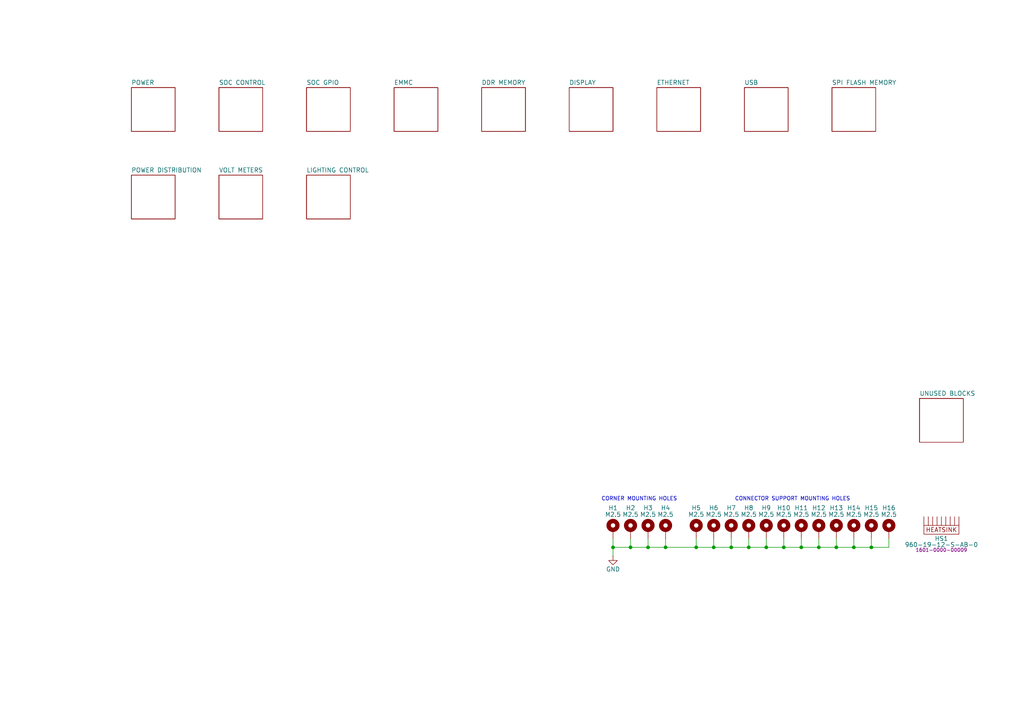
<source format=kicad_sch>
(kicad_sch
	(version 20250114)
	(generator "eeschema")
	(generator_version "9.0")
	(uuid "7184a1e6-58da-49c8-8a6c-ea31385ec956")
	(paper "A4")
	(title_block
		(title "Benchy Motherboard AM625")
		(rev "REV1")
		(company "Daxxn Industries")
		(comment 4 "Small net labels (≤0.65) are for clarity and do not connect to other nets.")
	)
	(lib_symbols
		(symbol "DX_Thermal_HeatSink:960-19-12-S-AB-0"
			(exclude_from_sim no)
			(in_bom yes)
			(on_board yes)
			(property "Reference" "HS"
				(at 0 -3.556 0)
				(effects
					(font
						(size 1.27 1.27)
					)
				)
			)
			(property "Value" "960-19-12-S-AB-0"
				(at 0 -5.08 0)
				(effects
					(font
						(size 1.27 1.27)
					)
				)
			)
			(property "Footprint" "Daxxn_Thermal_Heatsink:960-19-12-S-AB-0"
				(at 0 8.128 0)
				(effects
					(font
						(size 1.27 1.27)
					)
					(hide yes)
				)
			)
			(property "Datasheet" "${DATASHEETS}/960_Series.pdf"
				(at 0 6.35 0)
				(effects
					(font
						(size 1.27 1.27)
					)
					(hide yes)
				)
			)
			(property "Description" "HEATSINK 19X12MM SIDE PUSH PIN"
				(at 0 4.826 0)
				(effects
					(font
						(size 1.27 1.27)
					)
					(hide yes)
				)
			)
			(property "PartNumber" "1601-0000-00009"
				(at 0 -6.35 0)
				(effects
					(font
						(size 1 1)
					)
				)
			)
			(symbol "960-19-12-S-AB-0_0_1"
				(rectangle
					(start -5.08 0)
					(end 5.08 -2.54)
					(stroke
						(width 0)
						(type default)
					)
					(fill
						(type none)
					)
				)
				(polyline
					(pts
						(xy -5.08 0) (xy -5.08 2.54)
					)
					(stroke
						(width 0)
						(type default)
					)
					(fill
						(type none)
					)
				)
				(polyline
					(pts
						(xy -3.81 0) (xy -3.81 2.54)
					)
					(stroke
						(width 0)
						(type default)
					)
					(fill
						(type none)
					)
				)
				(polyline
					(pts
						(xy -2.54 0) (xy -2.54 2.54)
					)
					(stroke
						(width 0)
						(type default)
					)
					(fill
						(type none)
					)
				)
				(polyline
					(pts
						(xy -1.27 0) (xy -1.27 2.54)
					)
					(stroke
						(width 0)
						(type default)
					)
					(fill
						(type none)
					)
				)
				(polyline
					(pts
						(xy 0 0) (xy 0 2.54)
					)
					(stroke
						(width 0)
						(type default)
					)
					(fill
						(type none)
					)
				)
				(polyline
					(pts
						(xy 1.27 0) (xy 1.27 2.54)
					)
					(stroke
						(width 0)
						(type default)
					)
					(fill
						(type none)
					)
				)
				(polyline
					(pts
						(xy 2.54 0) (xy 2.54 2.54)
					)
					(stroke
						(width 0)
						(type default)
					)
					(fill
						(type none)
					)
				)
				(polyline
					(pts
						(xy 3.81 0) (xy 3.81 2.54)
					)
					(stroke
						(width 0)
						(type default)
					)
					(fill
						(type none)
					)
				)
				(polyline
					(pts
						(xy 5.08 0) (xy 5.08 2.54)
					)
					(stroke
						(width 0)
						(type default)
					)
					(fill
						(type none)
					)
				)
			)
			(symbol "960-19-12-S-AB-0_1_1"
				(text "HEATSINK"
					(at 0 -1.27 0)
					(effects
						(font
							(size 1.27 1.27)
						)
					)
				)
			)
			(embedded_fonts no)
		)
		(symbol "Mechanical:MountingHole_Pad"
			(pin_numbers
				(hide yes)
			)
			(pin_names
				(offset 1.016)
				(hide yes)
			)
			(exclude_from_sim yes)
			(in_bom no)
			(on_board yes)
			(property "Reference" "H"
				(at 0 6.35 0)
				(effects
					(font
						(size 1.27 1.27)
					)
				)
			)
			(property "Value" "MountingHole_Pad"
				(at 0 4.445 0)
				(effects
					(font
						(size 1.27 1.27)
					)
				)
			)
			(property "Footprint" ""
				(at 0 0 0)
				(effects
					(font
						(size 1.27 1.27)
					)
					(hide yes)
				)
			)
			(property "Datasheet" "~"
				(at 0 0 0)
				(effects
					(font
						(size 1.27 1.27)
					)
					(hide yes)
				)
			)
			(property "Description" "Mounting Hole with connection"
				(at 0 0 0)
				(effects
					(font
						(size 1.27 1.27)
					)
					(hide yes)
				)
			)
			(property "ki_keywords" "mounting hole"
				(at 0 0 0)
				(effects
					(font
						(size 1.27 1.27)
					)
					(hide yes)
				)
			)
			(property "ki_fp_filters" "MountingHole*Pad*"
				(at 0 0 0)
				(effects
					(font
						(size 1.27 1.27)
					)
					(hide yes)
				)
			)
			(symbol "MountingHole_Pad_0_1"
				(circle
					(center 0 1.27)
					(radius 1.27)
					(stroke
						(width 1.27)
						(type default)
					)
					(fill
						(type none)
					)
				)
			)
			(symbol "MountingHole_Pad_1_1"
				(pin input line
					(at 0 -2.54 90)
					(length 2.54)
					(name "1"
						(effects
							(font
								(size 1.27 1.27)
							)
						)
					)
					(number "1"
						(effects
							(font
								(size 1.27 1.27)
							)
						)
					)
				)
			)
			(embedded_fonts no)
		)
		(symbol "power:GND"
			(power)
			(pin_numbers
				(hide yes)
			)
			(pin_names
				(offset 0)
				(hide yes)
			)
			(exclude_from_sim no)
			(in_bom yes)
			(on_board yes)
			(property "Reference" "#PWR"
				(at 0 -6.35 0)
				(effects
					(font
						(size 1.27 1.27)
					)
					(hide yes)
				)
			)
			(property "Value" "GND"
				(at 0 -3.81 0)
				(effects
					(font
						(size 1.27 1.27)
					)
				)
			)
			(property "Footprint" ""
				(at 0 0 0)
				(effects
					(font
						(size 1.27 1.27)
					)
					(hide yes)
				)
			)
			(property "Datasheet" ""
				(at 0 0 0)
				(effects
					(font
						(size 1.27 1.27)
					)
					(hide yes)
				)
			)
			(property "Description" "Power symbol creates a global label with name \"GND\" , ground"
				(at 0 0 0)
				(effects
					(font
						(size 1.27 1.27)
					)
					(hide yes)
				)
			)
			(property "ki_keywords" "global power"
				(at 0 0 0)
				(effects
					(font
						(size 1.27 1.27)
					)
					(hide yes)
				)
			)
			(symbol "GND_0_1"
				(polyline
					(pts
						(xy 0 0) (xy 0 -1.27) (xy 1.27 -1.27) (xy 0 -2.54) (xy -1.27 -1.27) (xy 0 -1.27)
					)
					(stroke
						(width 0)
						(type default)
					)
					(fill
						(type none)
					)
				)
			)
			(symbol "GND_1_1"
				(pin power_in line
					(at 0 0 270)
					(length 0)
					(name "~"
						(effects
							(font
								(size 1.27 1.27)
							)
						)
					)
					(number "1"
						(effects
							(font
								(size 1.27 1.27)
							)
						)
					)
				)
			)
			(embedded_fonts no)
		)
	)
	(text "CORNER MOUNTING HOLES"
		(exclude_from_sim no)
		(at 185.42 144.78 0)
		(effects
			(font
				(size 1.1 1.1)
			)
		)
		(uuid "2aee2a32-0147-400b-b7d8-58246bfa0191")
	)
	(text "CONNECTOR SUPPORT MOUNTING HOLES"
		(exclude_from_sim no)
		(at 229.87 144.78 0)
		(effects
			(font
				(size 1.1 1.1)
			)
		)
		(uuid "2d8b85e8-911a-4dde-9796-f04530085f58")
	)
	(junction
		(at 227.33 158.75)
		(diameter 0)
		(color 0 0 0 0)
		(uuid "023f40f4-c682-4106-bc5c-ebb7b1d5e028")
	)
	(junction
		(at 252.73 158.75)
		(diameter 0)
		(color 0 0 0 0)
		(uuid "27eaa32d-5ed0-4bcf-a297-17d11b75a31b")
	)
	(junction
		(at 217.17 158.75)
		(diameter 0)
		(color 0 0 0 0)
		(uuid "27f74970-fa30-4046-a591-f1aeb6d9309a")
	)
	(junction
		(at 247.65 158.75)
		(diameter 0)
		(color 0 0 0 0)
		(uuid "2ead697a-ec8c-4608-8b37-eac4874601b1")
	)
	(junction
		(at 177.8 158.75)
		(diameter 0)
		(color 0 0 0 0)
		(uuid "31bce9bb-7cb8-4218-87b3-9a4544c7e51c")
	)
	(junction
		(at 222.25 158.75)
		(diameter 0)
		(color 0 0 0 0)
		(uuid "49551803-9064-4f7a-b1fc-adfde4ba569d")
	)
	(junction
		(at 207.01 158.75)
		(diameter 0)
		(color 0 0 0 0)
		(uuid "4b86608e-08e0-4f47-a89b-51db0ea0dd97")
	)
	(junction
		(at 182.88 158.75)
		(diameter 0)
		(color 0 0 0 0)
		(uuid "5fac0e2c-1799-4c31-b3b8-85e15a9590b9")
	)
	(junction
		(at 212.09 158.75)
		(diameter 0)
		(color 0 0 0 0)
		(uuid "8b0f81eb-8692-4684-8103-20bd177b1406")
	)
	(junction
		(at 201.93 158.75)
		(diameter 0)
		(color 0 0 0 0)
		(uuid "99c73233-a7ea-4fd3-8da2-bec3834c5fb3")
	)
	(junction
		(at 242.57 158.75)
		(diameter 0)
		(color 0 0 0 0)
		(uuid "9e17e652-8459-4563-a95f-3c18ca0c924d")
	)
	(junction
		(at 193.04 158.75)
		(diameter 0)
		(color 0 0 0 0)
		(uuid "b2d6e1f8-e009-49d4-8bb3-7d6f3f773905")
	)
	(junction
		(at 232.41 158.75)
		(diameter 0)
		(color 0 0 0 0)
		(uuid "dbf368f3-56c6-4aaf-ab0a-927cd5c01e6e")
	)
	(junction
		(at 187.96 158.75)
		(diameter 0)
		(color 0 0 0 0)
		(uuid "e24205ee-923b-4f16-8beb-f6f44d975f12")
	)
	(junction
		(at 237.49 158.75)
		(diameter 0)
		(color 0 0 0 0)
		(uuid "f9fc1389-4813-46b8-83f5-2afa1d1f5de1")
	)
	(wire
		(pts
			(xy 201.93 156.21) (xy 201.93 158.75)
		)
		(stroke
			(width 0)
			(type default)
		)
		(uuid "01976fd2-ca2c-4de2-84b9-400c6baf078e")
	)
	(wire
		(pts
			(xy 193.04 156.21) (xy 193.04 158.75)
		)
		(stroke
			(width 0)
			(type default)
		)
		(uuid "06e987e6-c9aa-46d8-a170-6d349b9708f2")
	)
	(wire
		(pts
			(xy 257.81 158.75) (xy 257.81 156.21)
		)
		(stroke
			(width 0)
			(type default)
		)
		(uuid "1974fa20-32e9-4f5a-bc59-abbc941c0f26")
	)
	(wire
		(pts
			(xy 207.01 156.21) (xy 207.01 158.75)
		)
		(stroke
			(width 0)
			(type default)
		)
		(uuid "1ac93cdf-3d1e-4f51-8e2d-810da11b0472")
	)
	(wire
		(pts
			(xy 222.25 158.75) (xy 227.33 158.75)
		)
		(stroke
			(width 0)
			(type default)
		)
		(uuid "2c8984ff-0ed1-49b4-94c4-269efa9b2be0")
	)
	(wire
		(pts
			(xy 227.33 156.21) (xy 227.33 158.75)
		)
		(stroke
			(width 0)
			(type default)
		)
		(uuid "312fc76a-800d-4613-bd83-6cb14eead0dd")
	)
	(wire
		(pts
			(xy 212.09 156.21) (xy 212.09 158.75)
		)
		(stroke
			(width 0)
			(type default)
		)
		(uuid "367d8170-2d08-4c78-955e-dfdcce664d75")
	)
	(wire
		(pts
			(xy 247.65 158.75) (xy 252.73 158.75)
		)
		(stroke
			(width 0)
			(type default)
		)
		(uuid "39c7d86d-0148-4367-bf4b-9bc6d5f3fe54")
	)
	(wire
		(pts
			(xy 177.8 158.75) (xy 177.8 161.29)
		)
		(stroke
			(width 0)
			(type default)
		)
		(uuid "3bc607c8-70e1-4dc8-95f5-0c763982743e")
	)
	(wire
		(pts
			(xy 222.25 156.21) (xy 222.25 158.75)
		)
		(stroke
			(width 0)
			(type default)
		)
		(uuid "3e01e10a-0af7-4ed5-a1fc-be1c7a5a2dbb")
	)
	(wire
		(pts
			(xy 242.57 156.21) (xy 242.57 158.75)
		)
		(stroke
			(width 0)
			(type default)
		)
		(uuid "45a69475-ab1d-415a-a597-97e7b05a8208")
	)
	(wire
		(pts
			(xy 232.41 156.21) (xy 232.41 158.75)
		)
		(stroke
			(width 0)
			(type default)
		)
		(uuid "4e8649d9-9d91-4018-bcc0-e014e695af26")
	)
	(wire
		(pts
			(xy 232.41 158.75) (xy 237.49 158.75)
		)
		(stroke
			(width 0)
			(type default)
		)
		(uuid "5ba5a041-4839-48d6-9158-8cddea4f1e97")
	)
	(wire
		(pts
			(xy 217.17 156.21) (xy 217.17 158.75)
		)
		(stroke
			(width 0)
			(type default)
		)
		(uuid "60a49b53-4a5a-440d-b7f9-c9c23096e82a")
	)
	(wire
		(pts
			(xy 227.33 158.75) (xy 232.41 158.75)
		)
		(stroke
			(width 0)
			(type default)
		)
		(uuid "67ec3622-b0e4-432e-a4eb-aaf23c67f3b9")
	)
	(wire
		(pts
			(xy 182.88 158.75) (xy 187.96 158.75)
		)
		(stroke
			(width 0)
			(type default)
		)
		(uuid "6ce0cb00-4867-4282-85fe-b524630369cc")
	)
	(wire
		(pts
			(xy 187.96 156.21) (xy 187.96 158.75)
		)
		(stroke
			(width 0)
			(type default)
		)
		(uuid "6ff7a15e-6cb7-4a18-af2a-62745c11bed6")
	)
	(wire
		(pts
			(xy 252.73 158.75) (xy 257.81 158.75)
		)
		(stroke
			(width 0)
			(type default)
		)
		(uuid "764da578-6684-4f6c-a16a-f474fc6f674d")
	)
	(wire
		(pts
			(xy 217.17 158.75) (xy 222.25 158.75)
		)
		(stroke
			(width 0)
			(type default)
		)
		(uuid "860c8580-3823-4c80-9265-a129758359ed")
	)
	(wire
		(pts
			(xy 242.57 158.75) (xy 247.65 158.75)
		)
		(stroke
			(width 0)
			(type default)
		)
		(uuid "95d7a6a3-00de-47b8-8764-e60f9a4726f7")
	)
	(wire
		(pts
			(xy 237.49 158.75) (xy 242.57 158.75)
		)
		(stroke
			(width 0)
			(type default)
		)
		(uuid "975cbe79-a666-4bba-96f6-8f182e31e721")
	)
	(wire
		(pts
			(xy 193.04 158.75) (xy 201.93 158.75)
		)
		(stroke
			(width 0)
			(type default)
		)
		(uuid "b366010b-9dca-4955-bc88-58d3ad60a99c")
	)
	(wire
		(pts
			(xy 212.09 158.75) (xy 217.17 158.75)
		)
		(stroke
			(width 0)
			(type default)
		)
		(uuid "bb54a717-7b14-4ae4-a8a6-4052296ea019")
	)
	(wire
		(pts
			(xy 252.73 156.21) (xy 252.73 158.75)
		)
		(stroke
			(width 0)
			(type default)
		)
		(uuid "c9c6c222-6dba-4f45-8608-7b6037a72155")
	)
	(wire
		(pts
			(xy 201.93 158.75) (xy 207.01 158.75)
		)
		(stroke
			(width 0)
			(type default)
		)
		(uuid "cbca83b6-969f-4ccb-aa0d-7096aac7df63")
	)
	(wire
		(pts
			(xy 177.8 156.21) (xy 177.8 158.75)
		)
		(stroke
			(width 0)
			(type default)
		)
		(uuid "d42130c6-6d07-4944-9032-f5e427e69182")
	)
	(wire
		(pts
			(xy 247.65 156.21) (xy 247.65 158.75)
		)
		(stroke
			(width 0)
			(type default)
		)
		(uuid "d9a12a76-f7df-4b06-9e54-6dc05c00413c")
	)
	(wire
		(pts
			(xy 207.01 158.75) (xy 212.09 158.75)
		)
		(stroke
			(width 0)
			(type default)
		)
		(uuid "dc0caadd-93c3-46f0-bc6d-030d89ba4d20")
	)
	(wire
		(pts
			(xy 187.96 158.75) (xy 193.04 158.75)
		)
		(stroke
			(width 0)
			(type default)
		)
		(uuid "dddd5057-b0ac-4fe8-9c11-f301908284f0")
	)
	(wire
		(pts
			(xy 237.49 156.21) (xy 237.49 158.75)
		)
		(stroke
			(width 0)
			(type default)
		)
		(uuid "f793025f-99e5-424d-afae-30958b386234")
	)
	(wire
		(pts
			(xy 177.8 158.75) (xy 182.88 158.75)
		)
		(stroke
			(width 0)
			(type default)
		)
		(uuid "fbbf9778-1d14-4da1-b2c1-54def04f2597")
	)
	(wire
		(pts
			(xy 182.88 156.21) (xy 182.88 158.75)
		)
		(stroke
			(width 0)
			(type default)
		)
		(uuid "fbea9248-5bf8-4cb5-8677-8718dfe60b30")
	)
	(symbol
		(lib_id "Mechanical:MountingHole_Pad")
		(at 222.25 153.67 0)
		(unit 1)
		(exclude_from_sim yes)
		(in_bom no)
		(on_board yes)
		(dnp no)
		(uuid "1a7b85ae-0341-43d8-a836-f901c57ad11d")
		(property "Reference" "H9"
			(at 222.25 147.32 0)
			(effects
				(font
					(size 1.27 1.27)
				)
			)
		)
		(property "Value" "M2.5"
			(at 222.25 149.225 0)
			(effects
				(font
					(size 1.27 1.27)
				)
			)
		)
		(property "Footprint" "MountingHole:MountingHole_2.7mm_M2.5_ISO7380_Pad"
			(at 222.25 153.67 0)
			(effects
				(font
					(size 1.27 1.27)
				)
				(hide yes)
			)
		)
		(property "Datasheet" "~"
			(at 222.25 153.67 0)
			(effects
				(font
					(size 1.27 1.27)
				)
				(hide yes)
			)
		)
		(property "Description" "Mounting Hole with connection"
			(at 222.25 153.67 0)
			(effects
				(font
					(size 1.27 1.27)
				)
				(hide yes)
			)
		)
		(property "PartNumber" ""
			(at 222.25 153.67 0)
			(effects
				(font
					(size 1.27 1.27)
				)
			)
		)
		(pin "1"
			(uuid "940a3d99-132d-4b5e-8e89-a9597cf5b400")
		)
		(instances
			(project "BenchyMotherBoard-AM625"
				(path "/7184a1e6-58da-49c8-8a6c-ea31385ec956"
					(reference "H9")
					(unit 1)
				)
			)
		)
	)
	(symbol
		(lib_id "Mechanical:MountingHole_Pad")
		(at 217.17 153.67 0)
		(unit 1)
		(exclude_from_sim yes)
		(in_bom no)
		(on_board yes)
		(dnp no)
		(uuid "1f801ff0-af63-46fe-a2fd-34cc60a97aca")
		(property "Reference" "H8"
			(at 217.17 147.32 0)
			(effects
				(font
					(size 1.27 1.27)
				)
			)
		)
		(property "Value" "M2.5"
			(at 217.17 149.225 0)
			(effects
				(font
					(size 1.27 1.27)
				)
			)
		)
		(property "Footprint" "MountingHole:MountingHole_2.7mm_M2.5_ISO7380_Pad"
			(at 217.17 153.67 0)
			(effects
				(font
					(size 1.27 1.27)
				)
				(hide yes)
			)
		)
		(property "Datasheet" "~"
			(at 217.17 153.67 0)
			(effects
				(font
					(size 1.27 1.27)
				)
				(hide yes)
			)
		)
		(property "Description" "Mounting Hole with connection"
			(at 217.17 153.67 0)
			(effects
				(font
					(size 1.27 1.27)
				)
				(hide yes)
			)
		)
		(property "PartNumber" ""
			(at 217.17 153.67 0)
			(effects
				(font
					(size 1.27 1.27)
				)
			)
		)
		(pin "1"
			(uuid "68ffbd35-6db5-465b-b70a-20d8d8849258")
		)
		(instances
			(project "BenchyMotherBoard-AM625"
				(path "/7184a1e6-58da-49c8-8a6c-ea31385ec956"
					(reference "H8")
					(unit 1)
				)
			)
		)
	)
	(symbol
		(lib_id "Mechanical:MountingHole_Pad")
		(at 237.49 153.67 0)
		(unit 1)
		(exclude_from_sim yes)
		(in_bom no)
		(on_board yes)
		(dnp no)
		(uuid "26b931c2-6420-4d68-b401-7aca442f7443")
		(property "Reference" "H12"
			(at 237.49 147.32 0)
			(effects
				(font
					(size 1.27 1.27)
				)
			)
		)
		(property "Value" "M2.5"
			(at 237.49 149.225 0)
			(effects
				(font
					(size 1.27 1.27)
				)
			)
		)
		(property "Footprint" "MountingHole:MountingHole_2.7mm_M2.5_ISO7380_Pad"
			(at 237.49 153.67 0)
			(effects
				(font
					(size 1.27 1.27)
				)
				(hide yes)
			)
		)
		(property "Datasheet" "~"
			(at 237.49 153.67 0)
			(effects
				(font
					(size 1.27 1.27)
				)
				(hide yes)
			)
		)
		(property "Description" "Mounting Hole with connection"
			(at 237.49 153.67 0)
			(effects
				(font
					(size 1.27 1.27)
				)
				(hide yes)
			)
		)
		(property "PartNumber" ""
			(at 237.49 153.67 0)
			(effects
				(font
					(size 1.27 1.27)
				)
			)
		)
		(pin "1"
			(uuid "a7294d6c-ced1-4a84-9683-5432989f4a39")
		)
		(instances
			(project "BenchyMotherBoard-AM625"
				(path "/7184a1e6-58da-49c8-8a6c-ea31385ec956"
					(reference "H12")
					(unit 1)
				)
			)
		)
	)
	(symbol
		(lib_id "Mechanical:MountingHole_Pad")
		(at 177.8 153.67 0)
		(unit 1)
		(exclude_from_sim yes)
		(in_bom no)
		(on_board yes)
		(dnp no)
		(uuid "2b57b284-fcd9-4ab5-9290-c71dbd5de4fb")
		(property "Reference" "H1"
			(at 177.8 147.32 0)
			(effects
				(font
					(size 1.27 1.27)
				)
			)
		)
		(property "Value" "M2.5"
			(at 177.8 149.225 0)
			(effects
				(font
					(size 1.27 1.27)
				)
			)
		)
		(property "Footprint" "MountingHole:MountingHole_2.7mm_M2.5_Pad_Via"
			(at 177.8 153.67 0)
			(effects
				(font
					(size 1.27 1.27)
				)
				(hide yes)
			)
		)
		(property "Datasheet" "~"
			(at 177.8 153.67 0)
			(effects
				(font
					(size 1.27 1.27)
				)
				(hide yes)
			)
		)
		(property "Description" "Mounting Hole with connection"
			(at 177.8 153.67 0)
			(effects
				(font
					(size 1.27 1.27)
				)
				(hide yes)
			)
		)
		(property "PartNumber" ""
			(at 177.8 153.67 0)
			(effects
				(font
					(size 1.27 1.27)
				)
			)
		)
		(pin "1"
			(uuid "5b3e1b18-7539-44bc-bee3-b0c8e845ba25")
		)
		(instances
			(project ""
				(path "/7184a1e6-58da-49c8-8a6c-ea31385ec956"
					(reference "H1")
					(unit 1)
				)
			)
		)
	)
	(symbol
		(lib_id "Mechanical:MountingHole_Pad")
		(at 227.33 153.67 0)
		(unit 1)
		(exclude_from_sim yes)
		(in_bom no)
		(on_board yes)
		(dnp no)
		(uuid "378c8d62-6a70-4785-9628-72bcaf405206")
		(property "Reference" "H10"
			(at 227.33 147.32 0)
			(effects
				(font
					(size 1.27 1.27)
				)
			)
		)
		(property "Value" "M2.5"
			(at 227.33 149.225 0)
			(effects
				(font
					(size 1.27 1.27)
				)
			)
		)
		(property "Footprint" "MountingHole:MountingHole_2.7mm_M2.5_ISO7380_Pad"
			(at 227.33 153.67 0)
			(effects
				(font
					(size 1.27 1.27)
				)
				(hide yes)
			)
		)
		(property "Datasheet" "~"
			(at 227.33 153.67 0)
			(effects
				(font
					(size 1.27 1.27)
				)
				(hide yes)
			)
		)
		(property "Description" "Mounting Hole with connection"
			(at 227.33 153.67 0)
			(effects
				(font
					(size 1.27 1.27)
				)
				(hide yes)
			)
		)
		(property "PartNumber" ""
			(at 227.33 153.67 0)
			(effects
				(font
					(size 1.27 1.27)
				)
			)
		)
		(pin "1"
			(uuid "1f1f0c70-40c4-48ea-a00e-f5683ad14506")
		)
		(instances
			(project "BenchyMotherBoard-AM625"
				(path "/7184a1e6-58da-49c8-8a6c-ea31385ec956"
					(reference "H10")
					(unit 1)
				)
			)
		)
	)
	(symbol
		(lib_id "Mechanical:MountingHole_Pad")
		(at 187.96 153.67 0)
		(unit 1)
		(exclude_from_sim yes)
		(in_bom no)
		(on_board yes)
		(dnp no)
		(uuid "40d502b2-201d-4269-9dc2-3955c1db5abe")
		(property "Reference" "H3"
			(at 187.96 147.32 0)
			(effects
				(font
					(size 1.27 1.27)
				)
			)
		)
		(property "Value" "M2.5"
			(at 187.96 149.225 0)
			(effects
				(font
					(size 1.27 1.27)
				)
			)
		)
		(property "Footprint" "MountingHole:MountingHole_2.7mm_M2.5_Pad_Via"
			(at 187.96 153.67 0)
			(effects
				(font
					(size 1.27 1.27)
				)
				(hide yes)
			)
		)
		(property "Datasheet" "~"
			(at 187.96 153.67 0)
			(effects
				(font
					(size 1.27 1.27)
				)
				(hide yes)
			)
		)
		(property "Description" "Mounting Hole with connection"
			(at 187.96 153.67 0)
			(effects
				(font
					(size 1.27 1.27)
				)
				(hide yes)
			)
		)
		(property "PartNumber" ""
			(at 187.96 153.67 0)
			(effects
				(font
					(size 1.27 1.27)
				)
			)
		)
		(pin "1"
			(uuid "46b011f3-8f07-45a7-bcca-005c8f32f338")
		)
		(instances
			(project "BenchyMotherBoard-AM625"
				(path "/7184a1e6-58da-49c8-8a6c-ea31385ec956"
					(reference "H3")
					(unit 1)
				)
			)
		)
	)
	(symbol
		(lib_id "Mechanical:MountingHole_Pad")
		(at 182.88 153.67 0)
		(unit 1)
		(exclude_from_sim yes)
		(in_bom no)
		(on_board yes)
		(dnp no)
		(uuid "48bfa95d-4bdc-4df7-9c88-38cbd3f8810f")
		(property "Reference" "H2"
			(at 182.88 147.32 0)
			(effects
				(font
					(size 1.27 1.27)
				)
			)
		)
		(property "Value" "M2.5"
			(at 182.88 149.225 0)
			(effects
				(font
					(size 1.27 1.27)
				)
			)
		)
		(property "Footprint" "MountingHole:MountingHole_2.7mm_M2.5_Pad_Via"
			(at 182.88 153.67 0)
			(effects
				(font
					(size 1.27 1.27)
				)
				(hide yes)
			)
		)
		(property "Datasheet" "~"
			(at 182.88 153.67 0)
			(effects
				(font
					(size 1.27 1.27)
				)
				(hide yes)
			)
		)
		(property "Description" "Mounting Hole with connection"
			(at 182.88 153.67 0)
			(effects
				(font
					(size 1.27 1.27)
				)
				(hide yes)
			)
		)
		(property "PartNumber" ""
			(at 182.88 153.67 0)
			(effects
				(font
					(size 1.27 1.27)
				)
			)
		)
		(pin "1"
			(uuid "611edbf8-0c4a-458a-8dbe-3a99dd06a54b")
		)
		(instances
			(project "BenchyMotherBoard-AM625"
				(path "/7184a1e6-58da-49c8-8a6c-ea31385ec956"
					(reference "H2")
					(unit 1)
				)
			)
		)
	)
	(symbol
		(lib_id "Mechanical:MountingHole_Pad")
		(at 232.41 153.67 0)
		(unit 1)
		(exclude_from_sim yes)
		(in_bom no)
		(on_board yes)
		(dnp no)
		(uuid "5425f4c8-1974-4d58-a5f0-c7127f460c77")
		(property "Reference" "H11"
			(at 232.41 147.32 0)
			(effects
				(font
					(size 1.27 1.27)
				)
			)
		)
		(property "Value" "M2.5"
			(at 232.41 149.225 0)
			(effects
				(font
					(size 1.27 1.27)
				)
			)
		)
		(property "Footprint" "MountingHole:MountingHole_2.7mm_M2.5_ISO7380_Pad"
			(at 232.41 153.67 0)
			(effects
				(font
					(size 1.27 1.27)
				)
				(hide yes)
			)
		)
		(property "Datasheet" "~"
			(at 232.41 153.67 0)
			(effects
				(font
					(size 1.27 1.27)
				)
				(hide yes)
			)
		)
		(property "Description" "Mounting Hole with connection"
			(at 232.41 153.67 0)
			(effects
				(font
					(size 1.27 1.27)
				)
				(hide yes)
			)
		)
		(property "PartNumber" ""
			(at 232.41 153.67 0)
			(effects
				(font
					(size 1.27 1.27)
				)
			)
		)
		(pin "1"
			(uuid "4b63d46b-948e-4151-963e-4e72b7bdf6bc")
		)
		(instances
			(project "BenchyMotherBoard-AM625"
				(path "/7184a1e6-58da-49c8-8a6c-ea31385ec956"
					(reference "H11")
					(unit 1)
				)
			)
		)
	)
	(symbol
		(lib_id "Mechanical:MountingHole_Pad")
		(at 212.09 153.67 0)
		(unit 1)
		(exclude_from_sim yes)
		(in_bom no)
		(on_board yes)
		(dnp no)
		(uuid "6e9b4487-4fad-420d-aab6-485e4dafa876")
		(property "Reference" "H7"
			(at 212.09 147.32 0)
			(effects
				(font
					(size 1.27 1.27)
				)
			)
		)
		(property "Value" "M2.5"
			(at 212.09 149.225 0)
			(effects
				(font
					(size 1.27 1.27)
				)
			)
		)
		(property "Footprint" "MountingHole:MountingHole_2.7mm_M2.5_ISO7380_Pad"
			(at 212.09 153.67 0)
			(effects
				(font
					(size 1.27 1.27)
				)
				(hide yes)
			)
		)
		(property "Datasheet" "~"
			(at 212.09 153.67 0)
			(effects
				(font
					(size 1.27 1.27)
				)
				(hide yes)
			)
		)
		(property "Description" "Mounting Hole with connection"
			(at 212.09 153.67 0)
			(effects
				(font
					(size 1.27 1.27)
				)
				(hide yes)
			)
		)
		(property "PartNumber" ""
			(at 212.09 153.67 0)
			(effects
				(font
					(size 1.27 1.27)
				)
			)
		)
		(pin "1"
			(uuid "87dfbf79-b3b2-40b5-ba5b-b7cc7ec4e4e2")
		)
		(instances
			(project "BenchyMotherBoard-AM625"
				(path "/7184a1e6-58da-49c8-8a6c-ea31385ec956"
					(reference "H7")
					(unit 1)
				)
			)
		)
	)
	(symbol
		(lib_id "Mechanical:MountingHole_Pad")
		(at 207.01 153.67 0)
		(unit 1)
		(exclude_from_sim yes)
		(in_bom no)
		(on_board yes)
		(dnp no)
		(uuid "7469e427-f11e-448a-b0df-7154d492104f")
		(property "Reference" "H6"
			(at 207.01 147.32 0)
			(effects
				(font
					(size 1.27 1.27)
				)
			)
		)
		(property "Value" "M2.5"
			(at 207.01 149.225 0)
			(effects
				(font
					(size 1.27 1.27)
				)
			)
		)
		(property "Footprint" "MountingHole:MountingHole_2.7mm_M2.5_ISO7380_Pad"
			(at 207.01 153.67 0)
			(effects
				(font
					(size 1.27 1.27)
				)
				(hide yes)
			)
		)
		(property "Datasheet" "~"
			(at 207.01 153.67 0)
			(effects
				(font
					(size 1.27 1.27)
				)
				(hide yes)
			)
		)
		(property "Description" "Mounting Hole with connection"
			(at 207.01 153.67 0)
			(effects
				(font
					(size 1.27 1.27)
				)
				(hide yes)
			)
		)
		(property "PartNumber" ""
			(at 207.01 153.67 0)
			(effects
				(font
					(size 1.27 1.27)
				)
			)
		)
		(pin "1"
			(uuid "1837a90f-30af-4aad-9d83-d090a4794d7f")
		)
		(instances
			(project "BenchyMotherBoard-AM625"
				(path "/7184a1e6-58da-49c8-8a6c-ea31385ec956"
					(reference "H6")
					(unit 1)
				)
			)
		)
	)
	(symbol
		(lib_id "Mechanical:MountingHole_Pad")
		(at 193.04 153.67 0)
		(unit 1)
		(exclude_from_sim yes)
		(in_bom no)
		(on_board yes)
		(dnp no)
		(uuid "800c95ea-d703-4a5d-8c9a-fb18552e0f3b")
		(property "Reference" "H4"
			(at 193.04 147.32 0)
			(effects
				(font
					(size 1.27 1.27)
				)
			)
		)
		(property "Value" "M2.5"
			(at 193.04 149.225 0)
			(effects
				(font
					(size 1.27 1.27)
				)
			)
		)
		(property "Footprint" "MountingHole:MountingHole_2.7mm_M2.5_Pad_Via"
			(at 193.04 153.67 0)
			(effects
				(font
					(size 1.27 1.27)
				)
				(hide yes)
			)
		)
		(property "Datasheet" "~"
			(at 193.04 153.67 0)
			(effects
				(font
					(size 1.27 1.27)
				)
				(hide yes)
			)
		)
		(property "Description" "Mounting Hole with connection"
			(at 193.04 153.67 0)
			(effects
				(font
					(size 1.27 1.27)
				)
				(hide yes)
			)
		)
		(property "PartNumber" ""
			(at 193.04 153.67 0)
			(effects
				(font
					(size 1.27 1.27)
				)
			)
		)
		(pin "1"
			(uuid "4f942e11-d54e-41a6-b0e9-5019fa47fc67")
		)
		(instances
			(project "BenchyMotherBoard-AM625"
				(path "/7184a1e6-58da-49c8-8a6c-ea31385ec956"
					(reference "H4")
					(unit 1)
				)
			)
		)
	)
	(symbol
		(lib_id "power:GND")
		(at 177.8 161.29 0)
		(unit 1)
		(exclude_from_sim no)
		(in_bom yes)
		(on_board yes)
		(dnp no)
		(uuid "80cd067b-8a26-4d26-a5da-5f61b8bb1945")
		(property "Reference" "#PWR01"
			(at 177.8 167.64 0)
			(effects
				(font
					(size 1.27 1.27)
				)
				(hide yes)
			)
		)
		(property "Value" "GND"
			(at 177.8 165.1 0)
			(effects
				(font
					(size 1.27 1.27)
				)
			)
		)
		(property "Footprint" ""
			(at 177.8 161.29 0)
			(effects
				(font
					(size 1.27 1.27)
				)
				(hide yes)
			)
		)
		(property "Datasheet" ""
			(at 177.8 161.29 0)
			(effects
				(font
					(size 1.27 1.27)
				)
				(hide yes)
			)
		)
		(property "Description" "Power symbol creates a global label with name \"GND\" , ground"
			(at 177.8 161.29 0)
			(effects
				(font
					(size 1.27 1.27)
				)
				(hide yes)
			)
		)
		(pin "1"
			(uuid "b617824d-78f6-4106-a38a-08a76ea5a28d")
		)
		(instances
			(project ""
				(path "/7184a1e6-58da-49c8-8a6c-ea31385ec956"
					(reference "#PWR01")
					(unit 1)
				)
			)
		)
	)
	(symbol
		(lib_id "DX_Thermal_HeatSink:960-19-12-S-AB-0")
		(at 273.05 152.4 0)
		(unit 1)
		(exclude_from_sim no)
		(in_bom yes)
		(on_board yes)
		(dnp no)
		(uuid "85fda5d8-2149-41e9-98e0-ce4695b44af6")
		(property "Reference" "HS1"
			(at 273.05 156.21 0)
			(effects
				(font
					(size 1.27 1.27)
				)
			)
		)
		(property "Value" "960-19-12-S-AB-0"
			(at 273.05 157.988 0)
			(effects
				(font
					(size 1.27 1.27)
				)
			)
		)
		(property "Footprint" "Daxxn_Thermal_Heatsink:960-19-12-S-AB-0"
			(at 273.05 144.272 0)
			(effects
				(font
					(size 1.27 1.27)
				)
				(hide yes)
			)
		)
		(property "Datasheet" "${DATASHEETS}/960_Series.pdf"
			(at 273.05 146.05 0)
			(effects
				(font
					(size 1.27 1.27)
				)
				(hide yes)
			)
		)
		(property "Description" "HEATSINK 19X12MM SIDE PUSH PIN"
			(at 273.05 147.574 0)
			(effects
				(font
					(size 1.27 1.27)
				)
				(hide yes)
			)
		)
		(property "PartNumber" "1601-0000-00009"
			(at 273.05 159.512 0)
			(effects
				(font
					(size 1 1)
				)
			)
		)
		(instances
			(project ""
				(path "/7184a1e6-58da-49c8-8a6c-ea31385ec956"
					(reference "HS1")
					(unit 1)
				)
			)
		)
	)
	(symbol
		(lib_id "Mechanical:MountingHole_Pad")
		(at 257.81 153.67 0)
		(unit 1)
		(exclude_from_sim yes)
		(in_bom no)
		(on_board yes)
		(dnp no)
		(uuid "9c747f2c-5bac-4b41-b4fc-65cce6819ea2")
		(property "Reference" "H16"
			(at 257.81 147.32 0)
			(effects
				(font
					(size 1.27 1.27)
				)
			)
		)
		(property "Value" "M2.5"
			(at 257.81 149.225 0)
			(effects
				(font
					(size 1.27 1.27)
				)
			)
		)
		(property "Footprint" "MountingHole:MountingHole_2.7mm_M2.5_ISO7380_Pad"
			(at 257.81 153.67 0)
			(effects
				(font
					(size 1.27 1.27)
				)
				(hide yes)
			)
		)
		(property "Datasheet" "~"
			(at 257.81 153.67 0)
			(effects
				(font
					(size 1.27 1.27)
				)
				(hide yes)
			)
		)
		(property "Description" "Mounting Hole with connection"
			(at 257.81 153.67 0)
			(effects
				(font
					(size 1.27 1.27)
				)
				(hide yes)
			)
		)
		(property "PartNumber" ""
			(at 257.81 153.67 0)
			(effects
				(font
					(size 1.27 1.27)
				)
			)
		)
		(pin "1"
			(uuid "e748fb79-cf21-4b70-8f27-42ea028ba631")
		)
		(instances
			(project "BenchyMotherBoard-AM625"
				(path "/7184a1e6-58da-49c8-8a6c-ea31385ec956"
					(reference "H16")
					(unit 1)
				)
			)
		)
	)
	(symbol
		(lib_id "Mechanical:MountingHole_Pad")
		(at 242.57 153.67 0)
		(unit 1)
		(exclude_from_sim yes)
		(in_bom no)
		(on_board yes)
		(dnp no)
		(uuid "bdfae1ec-4037-44b8-b8a3-4ff36c517108")
		(property "Reference" "H13"
			(at 242.57 147.32 0)
			(effects
				(font
					(size 1.27 1.27)
				)
			)
		)
		(property "Value" "M2.5"
			(at 242.57 149.225 0)
			(effects
				(font
					(size 1.27 1.27)
				)
			)
		)
		(property "Footprint" "MountingHole:MountingHole_2.7mm_M2.5_ISO7380_Pad"
			(at 242.57 153.67 0)
			(effects
				(font
					(size 1.27 1.27)
				)
				(hide yes)
			)
		)
		(property "Datasheet" "~"
			(at 242.57 153.67 0)
			(effects
				(font
					(size 1.27 1.27)
				)
				(hide yes)
			)
		)
		(property "Description" "Mounting Hole with connection"
			(at 242.57 153.67 0)
			(effects
				(font
					(size 1.27 1.27)
				)
				(hide yes)
			)
		)
		(property "PartNumber" ""
			(at 242.57 153.67 0)
			(effects
				(font
					(size 1.27 1.27)
				)
			)
		)
		(pin "1"
			(uuid "dbb9d7cc-0a1b-49d0-ad9c-77c594971f58")
		)
		(instances
			(project "BenchyMotherBoard-AM625"
				(path "/7184a1e6-58da-49c8-8a6c-ea31385ec956"
					(reference "H13")
					(unit 1)
				)
			)
		)
	)
	(symbol
		(lib_id "Mechanical:MountingHole_Pad")
		(at 252.73 153.67 0)
		(unit 1)
		(exclude_from_sim yes)
		(in_bom no)
		(on_board yes)
		(dnp no)
		(uuid "cae984a2-d7ae-4a2d-8b38-fbd24b5edea0")
		(property "Reference" "H15"
			(at 252.73 147.32 0)
			(effects
				(font
					(size 1.27 1.27)
				)
			)
		)
		(property "Value" "M2.5"
			(at 252.73 149.225 0)
			(effects
				(font
					(size 1.27 1.27)
				)
			)
		)
		(property "Footprint" "MountingHole:MountingHole_2.7mm_M2.5_ISO7380_Pad"
			(at 252.73 153.67 0)
			(effects
				(font
					(size 1.27 1.27)
				)
				(hide yes)
			)
		)
		(property "Datasheet" "~"
			(at 252.73 153.67 0)
			(effects
				(font
					(size 1.27 1.27)
				)
				(hide yes)
			)
		)
		(property "Description" "Mounting Hole with connection"
			(at 252.73 153.67 0)
			(effects
				(font
					(size 1.27 1.27)
				)
				(hide yes)
			)
		)
		(property "PartNumber" ""
			(at 252.73 153.67 0)
			(effects
				(font
					(size 1.27 1.27)
				)
			)
		)
		(pin "1"
			(uuid "db72a00a-ba53-4cac-b839-4b6dde174e84")
		)
		(instances
			(project "BenchyMotherBoard-AM625"
				(path "/7184a1e6-58da-49c8-8a6c-ea31385ec956"
					(reference "H15")
					(unit 1)
				)
			)
		)
	)
	(symbol
		(lib_id "Mechanical:MountingHole_Pad")
		(at 247.65 153.67 0)
		(unit 1)
		(exclude_from_sim yes)
		(in_bom no)
		(on_board yes)
		(dnp no)
		(uuid "cd8544c5-6a81-4d2f-9aff-2fca76849fa9")
		(property "Reference" "H14"
			(at 247.65 147.32 0)
			(effects
				(font
					(size 1.27 1.27)
				)
			)
		)
		(property "Value" "M2.5"
			(at 247.65 149.225 0)
			(effects
				(font
					(size 1.27 1.27)
				)
			)
		)
		(property "Footprint" "MountingHole:MountingHole_2.7mm_M2.5_ISO7380_Pad"
			(at 247.65 153.67 0)
			(effects
				(font
					(size 1.27 1.27)
				)
				(hide yes)
			)
		)
		(property "Datasheet" "~"
			(at 247.65 153.67 0)
			(effects
				(font
					(size 1.27 1.27)
				)
				(hide yes)
			)
		)
		(property "Description" "Mounting Hole with connection"
			(at 247.65 153.67 0)
			(effects
				(font
					(size 1.27 1.27)
				)
				(hide yes)
			)
		)
		(property "PartNumber" ""
			(at 247.65 153.67 0)
			(effects
				(font
					(size 1.27 1.27)
				)
			)
		)
		(pin "1"
			(uuid "b4f8507b-a14b-4115-aab2-8807432b386c")
		)
		(instances
			(project "BenchyMotherBoard-AM625"
				(path "/7184a1e6-58da-49c8-8a6c-ea31385ec956"
					(reference "H14")
					(unit 1)
				)
			)
		)
	)
	(symbol
		(lib_id "Mechanical:MountingHole_Pad")
		(at 201.93 153.67 0)
		(unit 1)
		(exclude_from_sim yes)
		(in_bom no)
		(on_board yes)
		(dnp no)
		(uuid "ead06384-aa35-40bf-9fa3-c013e62a4ddd")
		(property "Reference" "H5"
			(at 201.93 147.32 0)
			(effects
				(font
					(size 1.27 1.27)
				)
			)
		)
		(property "Value" "M2.5"
			(at 201.93 149.225 0)
			(effects
				(font
					(size 1.27 1.27)
				)
			)
		)
		(property "Footprint" "MountingHole:MountingHole_2.7mm_M2.5_ISO7380_Pad"
			(at 201.93 153.67 0)
			(effects
				(font
					(size 1.27 1.27)
				)
				(hide yes)
			)
		)
		(property "Datasheet" "~"
			(at 201.93 153.67 0)
			(effects
				(font
					(size 1.27 1.27)
				)
				(hide yes)
			)
		)
		(property "Description" "Mounting Hole with connection"
			(at 201.93 153.67 0)
			(effects
				(font
					(size 1.27 1.27)
				)
				(hide yes)
			)
		)
		(property "PartNumber" ""
			(at 201.93 153.67 0)
			(effects
				(font
					(size 1.27 1.27)
				)
			)
		)
		(pin "1"
			(uuid "b958e93f-ed82-4c89-b3e6-22187ecbc930")
		)
		(instances
			(project "BenchyMotherBoard-AM625"
				(path "/7184a1e6-58da-49c8-8a6c-ea31385ec956"
					(reference "H5")
					(unit 1)
				)
			)
		)
	)
	(sheet
		(at 139.7 25.4)
		(size 12.7 12.7)
		(exclude_from_sim no)
		(in_bom yes)
		(on_board yes)
		(dnp no)
		(fields_autoplaced yes)
		(stroke
			(width 0.1524)
			(type solid)
		)
		(fill
			(color 0 0 0 0.0000)
		)
		(uuid "194fa449-07be-4993-866f-60819f794b86")
		(property "Sheetname" "DDR MEMORY"
			(at 139.7 24.6884 0)
			(effects
				(font
					(size 1.27 1.27)
				)
				(justify left bottom)
			)
		)
		(property "Sheetfile" "BenchyMotherboard-AM625_DDR-Memory.kicad_sch"
			(at 139.7 38.6846 0)
			(effects
				(font
					(size 1.27 1.27)
				)
				(justify left top)
				(hide yes)
			)
		)
		(instances
			(project "BenchyMotherBoard-AM625"
				(path "/7184a1e6-58da-49c8-8a6c-ea31385ec956"
					(page "6")
				)
			)
		)
	)
	(sheet
		(at 165.1 25.4)
		(size 12.7 12.7)
		(exclude_from_sim no)
		(in_bom yes)
		(on_board yes)
		(dnp no)
		(fields_autoplaced yes)
		(stroke
			(width 0.1524)
			(type solid)
		)
		(fill
			(color 0 0 0 0.0000)
		)
		(uuid "47f76d11-9090-4bfc-aaf3-305f563a98bd")
		(property "Sheetname" "DISPLAY"
			(at 165.1 24.6884 0)
			(effects
				(font
					(size 1.27 1.27)
				)
				(justify left bottom)
			)
		)
		(property "Sheetfile" "BenchyMotherboard-AM625_Display.kicad_sch"
			(at 165.1 38.6846 0)
			(effects
				(font
					(size 1.27 1.27)
				)
				(justify left top)
				(hide yes)
			)
		)
		(instances
			(project "BenchyMotherBoard-AM625"
				(path "/7184a1e6-58da-49c8-8a6c-ea31385ec956"
					(page "12")
				)
			)
		)
	)
	(sheet
		(at 63.5 25.4)
		(size 12.7 12.7)
		(exclude_from_sim no)
		(in_bom yes)
		(on_board yes)
		(dnp no)
		(fields_autoplaced yes)
		(stroke
			(width 0.1524)
			(type solid)
		)
		(fill
			(color 0 0 0 0.0000)
		)
		(uuid "52c6568c-d846-4ca0-ae83-3611cc262b46")
		(property "Sheetname" "SOC CONTROL"
			(at 63.5 24.6884 0)
			(effects
				(font
					(size 1.27 1.27)
				)
				(justify left bottom)
			)
		)
		(property "Sheetfile" "BenchyMotherboard-AM625_SOC-Control.kicad_sch"
			(at 63.5 38.6846 0)
			(effects
				(font
					(size 1.27 1.27)
				)
				(justify left top)
				(hide yes)
			)
		)
		(instances
			(project "BenchyMotherBoard-AM625"
				(path "/7184a1e6-58da-49c8-8a6c-ea31385ec956"
					(page "3")
				)
			)
		)
	)
	(sheet
		(at 266.7 115.57)
		(size 12.7 12.7)
		(exclude_from_sim no)
		(in_bom yes)
		(on_board yes)
		(dnp no)
		(fields_autoplaced yes)
		(stroke
			(width 0.1524)
			(type solid)
		)
		(fill
			(color 0 0 0 0.0000)
		)
		(uuid "7a96fb26-9078-4225-b61e-0daf3192c05c")
		(property "Sheetname" "UNUSED BLOCKS"
			(at 266.7 114.8584 0)
			(effects
				(font
					(size 1.27 1.27)
				)
				(justify left bottom)
			)
		)
		(property "Sheetfile" "BenchyMotherboard-AM625_UnusedBlocks.kicad_sch"
			(at 266.7 128.8546 0)
			(effects
				(font
					(size 1.27 1.27)
				)
				(justify left top)
				(hide yes)
			)
		)
		(instances
			(project "BenchyMotherBoard-AM625"
				(path "/7184a1e6-58da-49c8-8a6c-ea31385ec956"
					(page "15")
				)
			)
		)
	)
	(sheet
		(at 38.1 25.4)
		(size 12.7 12.7)
		(exclude_from_sim no)
		(in_bom yes)
		(on_board yes)
		(dnp no)
		(fields_autoplaced yes)
		(stroke
			(width 0.1524)
			(type solid)
		)
		(fill
			(color 0 0 0 0.0000)
		)
		(uuid "7be9471d-270d-4d17-824b-cf8e8444d63b")
		(property "Sheetname" "POWER"
			(at 38.1 24.6884 0)
			(effects
				(font
					(size 1.27 1.27)
				)
				(justify left bottom)
			)
		)
		(property "Sheetfile" "BenchyMotherboard-AM625_Power.kicad_sch"
			(at 38.1 38.6846 0)
			(effects
				(font
					(size 1.27 1.27)
				)
				(justify left top)
				(hide yes)
			)
		)
		(instances
			(project "BenchyMotherBoard-AM625"
				(path "/7184a1e6-58da-49c8-8a6c-ea31385ec956"
					(page "2")
				)
			)
		)
	)
	(sheet
		(at 88.9 50.8)
		(size 12.7 12.7)
		(exclude_from_sim no)
		(in_bom yes)
		(on_board yes)
		(dnp no)
		(fields_autoplaced yes)
		(stroke
			(width 0.1524)
			(type solid)
		)
		(fill
			(color 0 0 0 0.0000)
		)
		(uuid "8494b7c1-cb3d-49c1-ba37-1630d97ce06f")
		(property "Sheetname" "LIGHTING CONTROL"
			(at 88.9 50.0884 0)
			(effects
				(font
					(size 1.27 1.27)
				)
				(justify left bottom)
			)
		)
		(property "Sheetfile" "BenchyMotherboard-AM625_LightingCtrl.kicad_sch"
			(at 88.9 64.0846 0)
			(effects
				(font
					(size 1.27 1.27)
				)
				(justify left top)
				(hide yes)
			)
		)
		(instances
			(project "BenchyMotherBoard-AM625"
				(path "/7184a1e6-58da-49c8-8a6c-ea31385ec956"
					(page "16")
				)
			)
		)
	)
	(sheet
		(at 114.3 25.4)
		(size 12.7 12.7)
		(exclude_from_sim no)
		(in_bom yes)
		(on_board yes)
		(dnp no)
		(fields_autoplaced yes)
		(stroke
			(width 0.1524)
			(type solid)
		)
		(fill
			(color 0 0 0 0.0000)
		)
		(uuid "9af52388-8e0c-40ca-a957-829918230000")
		(property "Sheetname" "EMMC"
			(at 114.3 24.6884 0)
			(effects
				(font
					(size 1.27 1.27)
				)
				(justify left bottom)
			)
		)
		(property "Sheetfile" "BenchyMotherboard-AM625_SD-Cards.kicad_sch"
			(at 114.3 38.6846 0)
			(effects
				(font
					(size 1.27 1.27)
				)
				(justify left top)
				(hide yes)
			)
		)
		(instances
			(project "BenchyMotherBoard-AM625"
				(path "/7184a1e6-58da-49c8-8a6c-ea31385ec956"
					(page "7")
				)
			)
		)
	)
	(sheet
		(at 38.1 50.8)
		(size 12.7 12.7)
		(exclude_from_sim no)
		(in_bom yes)
		(on_board yes)
		(dnp no)
		(fields_autoplaced yes)
		(stroke
			(width 0.1524)
			(type solid)
		)
		(fill
			(color 0 0 0 0.0000)
		)
		(uuid "a0e55bae-f4fd-4a4a-b529-46af9fc6b94c")
		(property "Sheetname" "POWER DISTRIBUTION"
			(at 38.1 50.0884 0)
			(effects
				(font
					(size 1.27 1.27)
				)
				(justify left bottom)
			)
		)
		(property "Sheetfile" "BenchyMotherboard-AM625_PowerDistribution.kicad_sch"
			(at 38.1 64.0846 0)
			(effects
				(font
					(size 1.27 1.27)
				)
				(justify left top)
				(hide yes)
			)
		)
		(instances
			(project "BenchyMotherBoard-AM625"
				(path "/7184a1e6-58da-49c8-8a6c-ea31385ec956"
					(page "14")
				)
			)
		)
	)
	(sheet
		(at 241.3 25.4)
		(size 12.7 12.7)
		(exclude_from_sim no)
		(in_bom yes)
		(on_board yes)
		(dnp no)
		(fields_autoplaced yes)
		(stroke
			(width 0.1524)
			(type solid)
		)
		(fill
			(color 0 0 0 0.0000)
		)
		(uuid "aad981fb-9d0f-43cf-87cf-306d8b58c3f7")
		(property "Sheetname" "SPI FLASH MEMORY"
			(at 241.3 24.6884 0)
			(effects
				(font
					(size 1.27 1.27)
				)
				(justify left bottom)
			)
		)
		(property "Sheetfile" "BenchyMotherboard-AM625_SPI-Flash.kicad_sch"
			(at 241.3 38.6846 0)
			(effects
				(font
					(size 1.27 1.27)
				)
				(justify left top)
				(hide yes)
			)
		)
		(instances
			(project "BenchyMotherBoard-AM625"
				(path "/7184a1e6-58da-49c8-8a6c-ea31385ec956"
					(page "8")
				)
			)
		)
	)
	(sheet
		(at 63.5 50.8)
		(size 12.7 12.7)
		(exclude_from_sim no)
		(in_bom yes)
		(on_board yes)
		(dnp no)
		(fields_autoplaced yes)
		(stroke
			(width 0.1524)
			(type solid)
		)
		(fill
			(color 0 0 0 0.0000)
		)
		(uuid "adda61d4-28df-46e5-868e-f180dbc24258")
		(property "Sheetname" "VOLT METERS"
			(at 63.5 50.0884 0)
			(effects
				(font
					(size 1.27 1.27)
				)
				(justify left bottom)
			)
		)
		(property "Sheetfile" "BenchyMotherboard-AM625_VoltMeters.kicad_sch"
			(at 63.5 64.0846 0)
			(effects
				(font
					(size 1.27 1.27)
				)
				(justify left top)
				(hide yes)
			)
		)
		(instances
			(project "BenchyMotherBoard-AM625"
				(path "/7184a1e6-58da-49c8-8a6c-ea31385ec956"
					(page "15")
				)
			)
		)
	)
	(sheet
		(at 215.9 25.4)
		(size 12.7 12.7)
		(exclude_from_sim no)
		(in_bom yes)
		(on_board yes)
		(dnp no)
		(fields_autoplaced yes)
		(stroke
			(width 0.1524)
			(type solid)
		)
		(fill
			(color 0 0 0 0.0000)
		)
		(uuid "c1790e90-79e5-460c-a846-182f9efe356f")
		(property "Sheetname" "USB"
			(at 215.9 24.6884 0)
			(effects
				(font
					(size 1.27 1.27)
				)
				(justify left bottom)
			)
		)
		(property "Sheetfile" "BenchyMotherboard-AM625_USB.kicad_sch"
			(at 215.9 38.6846 0)
			(effects
				(font
					(size 1.27 1.27)
				)
				(justify left top)
				(hide yes)
			)
		)
		(instances
			(project "BenchyMotherBoard-AM625"
				(path "/7184a1e6-58da-49c8-8a6c-ea31385ec956"
					(page "9")
				)
			)
		)
	)
	(sheet
		(at 88.9 25.4)
		(size 12.7 12.7)
		(exclude_from_sim no)
		(in_bom yes)
		(on_board yes)
		(dnp no)
		(fields_autoplaced yes)
		(stroke
			(width 0.1524)
			(type solid)
		)
		(fill
			(color 0 0 0 0.0000)
		)
		(uuid "c5b8e58b-a92e-4920-a432-fb6a207f8823")
		(property "Sheetname" "SOC GPIO"
			(at 88.9 24.6884 0)
			(effects
				(font
					(size 1.27 1.27)
				)
				(justify left bottom)
			)
		)
		(property "Sheetfile" "BenchyMotherboard-AM625_GPIO.kicad_sch"
			(at 88.9 38.6846 0)
			(effects
				(font
					(size 1.27 1.27)
				)
				(justify left top)
				(hide yes)
			)
		)
		(instances
			(project "BenchyMotherBoard-AM625"
				(path "/7184a1e6-58da-49c8-8a6c-ea31385ec956"
					(page "4")
				)
			)
		)
	)
	(sheet
		(at 190.5 25.4)
		(size 12.7 12.7)
		(exclude_from_sim no)
		(in_bom yes)
		(on_board yes)
		(dnp no)
		(fields_autoplaced yes)
		(stroke
			(width 0.1524)
			(type solid)
		)
		(fill
			(color 0 0 0 0.0000)
		)
		(uuid "fd24ba53-f5d2-4824-bdb8-c8623555dd8b")
		(property "Sheetname" "ETHERNET"
			(at 190.5 24.6884 0)
			(effects
				(font
					(size 1.27 1.27)
				)
				(justify left bottom)
			)
		)
		(property "Sheetfile" "BenchyMotherboard-AM625_Ethernet.kicad_sch"
			(at 190.5 38.6846 0)
			(effects
				(font
					(size 1.27 1.27)
				)
				(justify left top)
				(hide yes)
			)
		)
		(instances
			(project "BenchyMotherBoard-AM625"
				(path "/7184a1e6-58da-49c8-8a6c-ea31385ec956"
					(page "11")
				)
			)
		)
	)
	(sheet_instances
		(path "/"
			(page "1")
		)
	)
	(embedded_fonts no)
)

</source>
